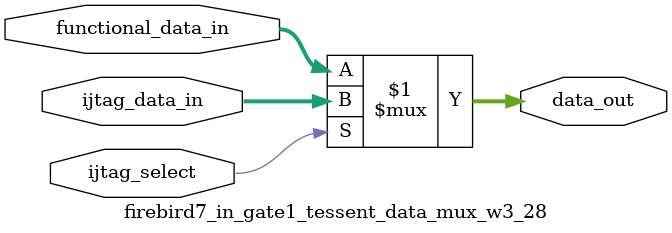
<source format=sv>

module firebird7_in_gate1_tessent_data_mux_w3_28 (
  input wire ijtag_select,
  input wire [2:0]  functional_data_in,
  input wire [2:0]  ijtag_data_in,
  output wire [2:0] data_out
);
assign data_out = (ijtag_select) ? ijtag_data_in : functional_data_in;
endmodule

</source>
